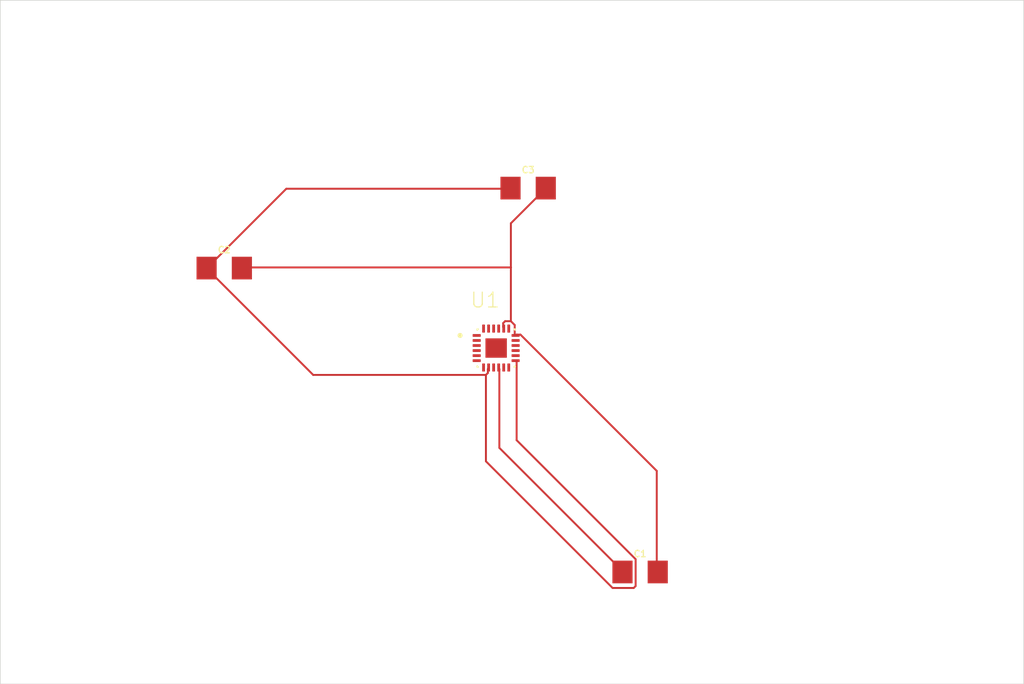
<source format=kicad_pcb>
(kicad_pcb (version 20240108) (generator "pcbnew") (generator_version "8.0")
  (layers (0 "F.Cu" signal) (31 "B.Cu" signal) (34 "B.Paste" user) (35 "F.Paste" user) (36 "B.SilkS" user "B.Silkscreen") (37 "F.SilkS" user "F.Silkscreen") (38 "B.Mask" user) (39 "F.Mask" user) (44 "Edge.Cuts" user))
  (net 0 "")
  (net 1 "RESV_1")
  (net 2 "GND")
  (net 3 "VDD")
  (net 4 "N$1")
  (net 5 "VDDIO")
  (net 6 "V+")
  (net 7 "FSYNC")
  (net 8 "INT")
  (net 9 "RESV")
  (footprint "MPU9250:1206" (layer "F.Cu") (at 149.7811 92.7736)
    (property "Reference" "C3" (at 0 -1.143 0) (layer "F.SilkS") (effects (font (size 0.512064 0.512064) (thickness 0.097536)) (justify bottom)))
    (property "Value" "10nF")
    (pad "1" smd rect (at -1.4 0) (size 1.6 1.8) (layers "F.Cu" "F.Paste" "F.Mask") (net 3 "VDD"))
    (pad "2" smd rect (at 1.4 0) (size 1.6 1.8) (layers "F.Cu" "F.Paste" "F.Mask") (net 2 "GND"))
  )
  (footprint "MPU9250:1206" (layer "F.Cu") (at 125.6511 99.1236)
    (property "Reference" "C2" (at 0 -1.143 0) (layer "F.SilkS") (effects (font (size 0.512064 0.512064) (thickness 0.097536)) (justify bottom)))
    (property "Value" "0.1uF")
    (pad "1" smd rect (at -1.4 0) (size 1.6 1.8) (layers "F.Cu" "F.Paste" "F.Mask") (net 3 "VDD"))
    (pad "2" smd rect (at 1.4 0) (size 1.6 1.8) (layers "F.Cu" "F.Paste" "F.Mask") (net 2 "GND"))
  )
  (footprint "MPU9250:QFN40P300X300X105-25N" (layer "F.Cu") (at 147.2411 105.4736)
    (property "Reference" "U1" (at -2.115 -3.115 0) (layer "F.SilkS") (effects (font (size 1.176528 1.176528) (thickness 0.093472)) (justify left bottom)))
    (property "Value" "MPU-9250")
    (fp_line (start -1.5 -1.5) (end -1.43 -1.5) (stroke (width 0.127)) (layer "F.SilkS"))
    (fp_line (start -1.5 -1.43) (end -1.5 -1.5) (stroke (width 0.127)) (layer "F.SilkS"))
    (fp_line (start -1.5 1.5) (end -1.5 1.43) (stroke (width 0.127)) (layer "F.SilkS"))
    (fp_line (start -1.43 1.5) (end -1.5 1.5) (stroke (width 0.127)) (layer "F.SilkS"))
    (fp_line (start 1.43 -1.5) (end 1.5 -1.5) (stroke (width 0.127)) (layer "F.SilkS"))
    (fp_line (start 1.5 -1.5) (end 1.5 -1.43) (stroke (width 0.127)) (layer "F.SilkS"))
    (fp_line (start 1.5 1.5) (end 1.43 1.5) (stroke (width 0.127)) (layer "F.SilkS"))
    (fp_line (start 1.5 1.5) (end 1.5 1.43) (stroke (width 0.127)) (layer "F.SilkS"))
    (fp_circle (center -2.865 -1) (end -2.765 -1) (stroke (width 0.2)) (fill none) (layer "F.SilkS"))
    (pad "1" smd roundrect (at -1.545 -1) (size 0.64 0.22) (layers "F.Cu" "F.Paste" "F.Mask") (roundrect_rratio 0.125) (net 1 "RESV_1"))
    (pad "2" smd roundrect (at -1.545 -0.6) (size 0.64 0.22) (layers "F.Cu" "F.Paste" "F.Mask") (roundrect_rratio 0.125))
    (pad "3" smd roundrect (at -1.545 -0.2) (size 0.64 0.22) (layers "F.Cu" "F.Paste" "F.Mask") (roundrect_rratio 0.125))
    (pad "4" smd roundrect (at -1.545 0.2) (size 0.64 0.22) (layers "F.Cu" "F.Paste" "F.Mask") (roundrect_rratio 0.125))
    (pad "5" smd roundrect (at -1.545 0.6) (size 0.64 0.22) (layers "F.Cu" "F.Paste" "F.Mask") (roundrect_rratio 0.125))
    (pad "6" smd roundrect (at -1.545 1) (size 0.64 0.22) (layers "F.Cu" "F.Paste" "F.Mask") (roundrect_rratio 0.125))
    (pad "7" smd roundrect (at -1 1.545) (size 0.22 0.64) (layers "F.Cu" "F.Paste" "F.Mask") (roundrect_rratio 0.125))
    (pad "8" smd roundrect (at -0.6 1.545) (size 0.22 0.64) (layers "F.Cu" "F.Paste" "F.Mask") (roundrect_rratio 0.125) (net 3 "VDD"))
    (pad "9" smd roundrect (at -0.2 1.545) (size 0.22 0.64) (layers "F.Cu" "F.Paste" "F.Mask") (roundrect_rratio 0.125) (net 6 "V+"))
    (pad "10" smd roundrect (at 0.2 1.545) (size 0.22 0.64) (layers "F.Cu" "F.Paste" "F.Mask") (roundrect_rratio 0.125) (net 4 "N$1"))
    (pad "11" smd roundrect (at 0.6 1.545) (size 0.22 0.64) (layers "F.Cu" "F.Paste" "F.Mask") (roundrect_rratio 0.125) (net 7 "FSYNC"))
    (pad "12" smd roundrect (at 1 1.545) (size 0.22 0.64) (layers "F.Cu" "F.Paste" "F.Mask") (roundrect_rratio 0.125) (net 8 "INT"))
    (pad "13" smd roundrect (at 1.545 1) (size 0.64 0.22) (layers "F.Cu" "F.Paste" "F.Mask") (roundrect_rratio 0.125) (net 3 "VDD"))
    (pad "14" smd roundrect (at 1.545 0.6) (size 0.64 0.22) (layers "F.Cu" "F.Paste" "F.Mask") (roundrect_rratio 0.125))
    (pad "15" smd roundrect (at 1.545 0.2) (size 0.64 0.22) (layers "F.Cu" "F.Paste" "F.Mask") (roundrect_rratio 0.125))
    (pad "16" smd roundrect (at 1.545 -0.2) (size 0.64 0.22) (layers "F.Cu" "F.Paste" "F.Mask") (roundrect_rratio 0.125))
    (pad "17" smd roundrect (at 1.545 -0.6) (size 0.64 0.22) (layers "F.Cu" "F.Paste" "F.Mask") (roundrect_rratio 0.125))
    (pad "18" smd roundrect (at 1.545 -1) (size 0.64 0.22) (layers "F.Cu" "F.Paste" "F.Mask") (roundrect_rratio 0.125) (net 2 "GND"))
    (pad "19" smd roundrect (at 1 -1.545) (size 0.22 0.64) (layers "F.Cu" "F.Paste" "F.Mask") (roundrect_rratio 0.125) (net 9 "RESV"))
    (pad "20" smd roundrect (at 0.6 -1.545) (size 0.22 0.64) (layers "F.Cu" "F.Paste" "F.Mask") (roundrect_rratio 0.125) (net 2 "GND"))
    (pad "21" smd roundrect (at 0.2 -1.545) (size 0.22 0.64) (layers "F.Cu" "F.Paste" "F.Mask") (roundrect_rratio 0.125))
    (pad "22" smd roundrect (at -0.2 -1.545) (size 0.22 0.64) (layers "F.Cu" "F.Paste" "F.Mask") (roundrect_rratio 0.125) (net 5 "VDDIO"))
    (pad "23" smd roundrect (at -0.6 -1.545) (size 0.22 0.64) (layers "F.Cu" "F.Paste" "F.Mask") (roundrect_rratio 0.125))
    (pad "24" smd roundrect (at -1 -1.545) (size 0.22 0.64) (layers "F.Cu" "F.Paste" "F.Mask") (roundrect_rratio 0.125))
    (pad "25" smd rect (at 0 0) (size 1.7 1.54) (layers "F.Cu" "F.Mask"))
  )
  (footprint "MPU9250:1206" (layer "F.Cu") (at 158.6711 123.2536)
    (property "Reference" "C1" (at 0 -1.143 0) (layer "F.SilkS") (effects (font (size 0.512064 0.512064) (thickness 0.097536)) (justify bottom)))
    (property "Value" "0.1uF")
    (pad "1" smd rect (at -1.4 0) (size 1.6 1.8) (layers "F.Cu" "F.Paste" "F.Mask") (net 4 "N$1"))
    (pad "2" smd rect (at 1.4 0) (size 1.6 1.8) (layers "F.Cu" "F.Paste" "F.Mask") (net 2 "GND"))
  )
  (gr_line (start 189.1311 77.8636) (end 107.8711 77.8636) (stroke (width 0.05)) (layer "Edge.Cuts"))
  (gr_line (start 189.1311 132.1436) (end 189.1311 77.8636) (stroke (width 0.05)) (layer "Edge.Cuts"))
  (gr_line (start 107.8711 132.1436) (end 189.1311 132.1436) (stroke (width 0.05)) (layer "Edge.Cuts"))
  (gr_line (start 107.8711 77.8636) (end 107.8711 132.1436) (stroke (width 0.05)) (layer "Edge.Cuts"))
  (segment (start 148.8667 104.4068) (end 148.7861 104.4736) (width 0.1524) (layer "F.Cu") (net 2))
  (segment (start 148.4095 99.0728) (end 148.4095 103.34) (width 0.1524) (layer "F.Cu") (net 2))
  (segment (start 149.1715 104.4068) (end 159.9919 115.2272) (width 0.1524) (layer "F.Cu") (net 2))
  (segment (start 147.9523 103.34) (end 148.4095 103.34) (width 0.1524) (layer "F.Cu") (net 2))
  (segment (start 127.0735 99.0728) (end 127.0511 99.1236) (width 0.1524) (layer "F.Cu") (net 2))
  (segment (start 159.9919 115.2272) (end 159.9919 123.152) (width 0.1524) (layer "F.Cu") (net 2))
  (segment (start 151.1527 92.8244) (end 151.1811 92.7736) (width 0.1524) (layer "F.Cu") (net 2))
  (segment (start 159.9919 123.152) (end 160.0711 123.2536) (width 0.1524) (layer "F.Cu") (net 2))
  (segment (start 147.7999 103.7972) (end 147.7999 103.4924) (width 0.1524) (layer "F.Cu") (net 2))
  (segment (start 148.4095 99.0728) (end 127.0735 99.0728) (width 0.1524) (layer "F.Cu") (net 2))
  (segment (start 147.7999 103.4924) (end 147.9523 103.34) (width 0.1524) (layer "F.Cu") (net 2))
  (segment (start 148.8667 104.4068) (end 149.1715 104.4068) (width 0.1524) (layer "F.Cu") (net 2))
  (segment (start 148.7143 104.4068) (end 148.7861 104.4736) (width 0.1524) (layer "F.Cu") (net 2))
  (segment (start 151.1527 92.8244) (end 148.4095 95.5676) (width 0.1524) (layer "F.Cu") (net 2))
  (segment (start 148.4095 103.34) (end 148.7143 103.6448) (width 0.1524) (layer "F.Cu") (net 2))
  (segment (start 148.4095 95.5676) (end 148.4095 99.0728) (width 0.1524) (layer "F.Cu") (net 2))
  (segment (start 148.7143 103.6448) (end 148.7143 104.4068) (width 0.1524) (layer "F.Cu") (net 2))
  (segment (start 147.7999 103.7972) (end 147.8411 103.9286) (width 0.1524) (layer "F.Cu") (net 2))
  (segment (start 124.3303 99.2252) (end 124.2511 99.1236) (width 0.1524) (layer "F.Cu") (net 3))
  (segment (start 130.5787 92.8244) (end 148.2571 92.8244) (width 0.1524) (layer "F.Cu") (net 3))
  (segment (start 124.3303 99.0728) (end 130.5787 92.8244) (width 0.1524) (layer "F.Cu") (net 3))
  (segment (start 124.3303 99.0728) (end 124.2511 99.1236) (width 0.1524) (layer "F.Cu") (net 3))
  (segment (start 148.8667 106.5404) (end 148.7861 106.4736) (width 0.1524) (layer "F.Cu") (net 3))
  (segment (start 146.5807 107.15) (end 146.6411 107.0186) (width 0.1524) (layer "F.Cu") (net 3))
  (segment (start 156.4867 124.5236) (end 158.1631 124.5236) (width 0.1524) (layer "F.Cu") (net 3))
  (segment (start 146.4283 114.4652) (end 156.4867 124.5236) (width 0.1524) (layer "F.Cu") (net 3))
  (segment (start 148.2571 92.8244) (end 148.3811 92.7736) (width 0.1524) (layer "F.Cu") (net 3))
  (segment (start 146.4283 107.6072) (end 146.5807 107.4548) (width 0.1524) (layer "F.Cu") (net 3))
  (segment (start 124.3303 99.2252) (end 132.7123 107.6072) (width 0.1524) (layer "F.Cu") (net 3))
  (segment (start 132.7123 107.6072) (end 146.4283 107.6072) (width 0.1524) (layer "F.Cu") (net 3))
  (segment (start 146.4283 107.6072) (end 146.4283 114.4652) (width 0.1524) (layer "F.Cu") (net 3))
  (segment (start 158.3155 122.2376) (end 148.8667 112.7888) (width 0.1524) (layer "F.Cu") (net 3))
  (segment (start 146.5807 107.4548) (end 146.5807 107.15) (width 0.1524) (layer "F.Cu") (net 3))
  (segment (start 158.3155 124.3712) (end 158.3155 122.2376) (width 0.1524) (layer "F.Cu") (net 3))
  (segment (start 158.1631 124.5236) (end 158.3155 124.3712) (width 0.1524) (layer "F.Cu") (net 3))
  (segment (start 148.8667 112.7888) (end 148.8667 106.5404) (width 0.1524) (layer "F.Cu") (net 3))
  (segment (start 157.2487 123.152) (end 157.2711 123.2536) (width 0.1524) (layer "F.Cu") (net 4))
  (segment (start 157.2487 123.152) (end 147.4951 113.3984) (width 0.1524) (layer "F.Cu") (net 4))
  (segment (start 147.4951 107.15) (end 147.4411 107.0186) (width 0.1524) (layer "F.Cu") (net 4))
  (segment (start 147.4951 113.3984) (end 147.4951 107.15) (width 0.1524) (layer "F.Cu") (net 4))
)
</source>
